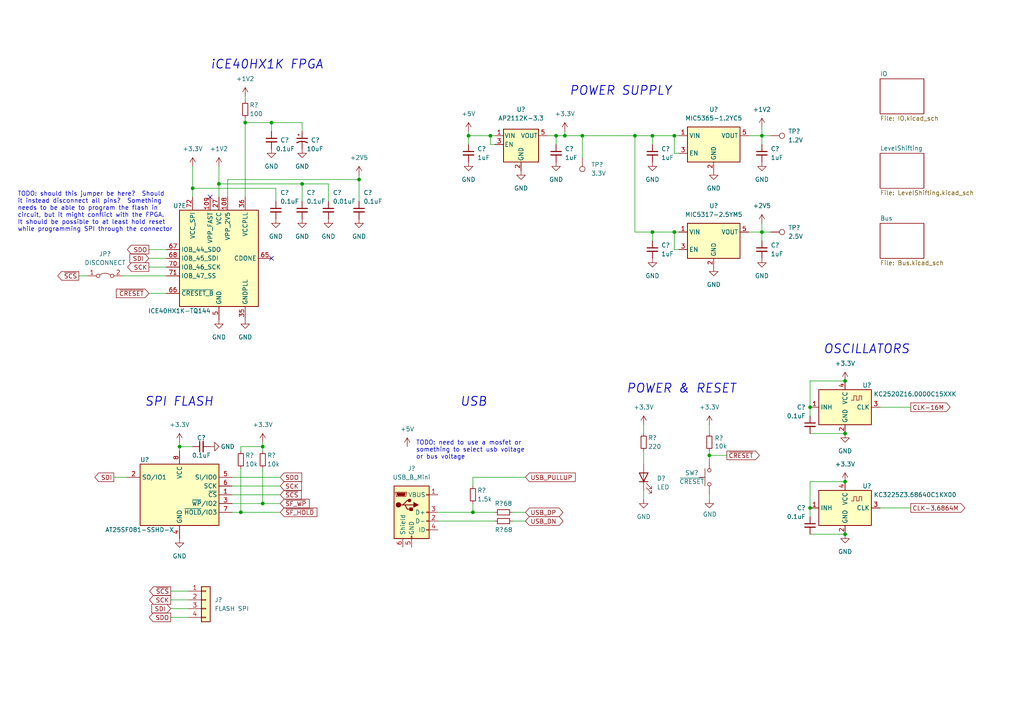
<source format=kicad_sch>
(kicad_sch (version 20211123) (generator eeschema)
  (paper "A4")
  (title_block (title "Fidget") (rev "1"))
  (lib_symbols
    (symbol "Connector:TestPoint" (pin_numbers hide) (pin_names (offset 0.762) hide)
      (property "Reference" "TP" (at 0 6.858 0))
      (property "Value" "TestPoint" (at 0 5.08 0))
      (symbol "TestPoint_0_1"
        (circle (center 0 3.302) (radius 0.762))
      )
      (symbol "TestPoint_1_1"
        (pin passive line (at 0 0 90) (length 2.54) (name "1") (number "1"))
      )
    )
    (symbol "Connector:USB_B_Mini" (pin_names (offset 1.016))
      (property "Reference" "J" (at -5.08 11.43 0))
      (property "Value" "USB_B_Mini" (at -5.08 8.89 0))
      (symbol "USB_B_Mini_0_1"
        (rectangle (start -5.08 -7.62) (end 5.08 7.62) (stroke (width 0.254)) (fill (type background)))
        (circle (center -3.81 2.159) (radius 0.635) (stroke (width 0.254)) (fill (type outline)))
        (circle (center -0.635 3.429) (radius 0.381) (stroke (width 0.254)) (fill (type outline)))
        (rectangle (start -0.127 -7.62) (end 0.127 -6.858))
        (polyline (pts (xy -1.905 2.159) (xy 0.635 2.159)) (stroke (width 0.254)))
        (polyline (pts (xy -3.175 2.159) (xy -2.54 2.159) (xy -1.27 3.429) (xy -0.635 3.429)) (stroke (width 0.254)))
        (polyline (pts (xy -2.54 2.159) (xy -1.905 2.159) (xy -1.27 0.889) (xy 0 0.889)) (stroke (width 0.254)))
        (polyline (pts (xy 0.635 2.794) (xy 0.635 1.524) (xy 1.905 2.159) (xy 0.635 2.794)) (stroke (width 0.254)) (fill (type outline)))
        (polyline (pts (xy -4.318 5.588) (xy -1.778 5.588) (xy -2.032 4.826) (xy -4.064 4.826) (xy -4.318 5.588)) (fill (type outline)))
        (polyline (pts (xy -4.699 5.842) (xy -4.699 5.588) (xy -4.445 4.826) (xy -4.445 4.572) (xy -1.651 4.572) (xy -1.651 4.826) (xy -1.397 5.588) (xy -1.397 5.842) (xy -4.699 5.842)))
        (rectangle (start 0.254 1.27) (end -0.508 0.508) (stroke (width 0.254)) (fill (type outline)))
        (rectangle (start 5.08 -5.207) (end 4.318 -4.953))
        (rectangle (start 5.08 -2.667) (end 4.318 -2.413))
        (rectangle (start 5.08 -0.127) (end 4.318 0.127))
        (rectangle (start 5.08 4.953) (end 4.318 5.207))
      )
      (symbol "USB_B_Mini_1_1"
        (pin power_out line (at 7.62 5.08 180) (length 2.54) (name "VBUS") (number "1"))
        (pin bidirectional line (at 7.62 -2.54 180) (length 2.54) (name "D-") (number "2"))
        (pin bidirectional line (at 7.62 0 180) (length 2.54) (name "D+") (number "3"))
        (pin passive line (at 7.62 -5.08 180) (length 2.54) (name "ID") (number "4"))
        (pin power_out line (at 0 -10.16 90) (length 2.54) (name "GND") (number "5"))
        (pin passive line (at -2.54 -10.16 90) (length 2.54) (name "Shield") (number "6"))
      )
    )
    (symbol "Connector_Generic:Conn_01x04" (pin_names (offset 1.016) hide)
      (property "Reference" "J" (at 0 5.08 0))
      (property "Value" "Conn_01x04" (at 0 -7.62 0))
      (symbol "Conn_01x04_1_1"
        (rectangle (start -1.27 -4.953) (end 0 -5.207) (stroke (width 0.1524)))
        (rectangle (start -1.27 -2.413) (end 0 -2.667) (stroke (width 0.1524)))
        (rectangle (start -1.27 0.127) (end 0 -0.127) (stroke (width 0.1524)))
        (rectangle (start -1.27 2.667) (end 0 2.413) (stroke (width 0.1524)))
        (rectangle (start -1.27 3.81) (end 1.27 -6.35) (stroke (width 0.254)) (fill (type background)))
        (pin passive line (at -5.08 2.54 0) (length 3.81) (name "Pin_1") (number "1"))
        (pin passive line (at -5.08 0 0) (length 3.81) (name "Pin_2") (number "2"))
        (pin passive line (at -5.08 -2.54 0) (length 3.81) (name "Pin_3") (number "3"))
        (pin passive line (at -5.08 -5.08 0) (length 3.81) (name "Pin_4") (number "4"))
      )
    )
    (symbol "Device:C_Polarized_Small_US" (pin_numbers hide) (pin_names (offset 0.254) hide)
      (property "Reference" "C" (at 0.254 1.778 0))
      (property "Value" "C_Polarized_Small_US" (at 0.254 -2.032 0))
      (symbol "C_Polarized_Small_US_0_1"
        (polyline (pts (xy -1.524 0.508) (xy 1.524 0.508)) (stroke (width 0.3048)))
        (polyline (pts (xy -1.27 1.524) (xy -0.762 1.524)))
        (polyline (pts (xy -1.016 1.27) (xy -1.016 1.778)))
        (arc (start 1.524 -0.762) (mid 0 -0.3734) (end -1.524 -0.762) (stroke (width 0.3048)))
      )
      (symbol "C_Polarized_Small_US_1_1"
        (pin passive line (at 0 2.54 270) (length 2.032) (name "~") (number "1"))
        (pin passive line (at 0 -2.54 90) (length 2.032) (name "~") (number "2"))
      )
    )
    (symbol "Device:C_Small" (pin_numbers hide) (pin_names (offset 0.254) hide)
      (property "Reference" "C" (at 0.254 1.778 0))
      (property "Value" "C_Small" (at 0.254 -2.032 0))
      (symbol "C_Small_0_1"
        (polyline (pts (xy -1.524 -0.508) (xy 1.524 -0.508)) (stroke (width 0.3302)))
        (polyline (pts (xy -1.524 0.508) (xy 1.524 0.508)) (stroke (width 0.3048)))
      )
      (symbol "C_Small_1_1"
        (pin passive line (at 0 2.54 270) (length 2.032) (name "~") (number "1"))
        (pin passive line (at 0 -2.54 90) (length 2.032) (name "~") (number "2"))
      )
    )
    (symbol "Device:LED" (pin_numbers hide) (pin_names (offset 1.016) hide)
      (property "Reference" "D" (at 0 2.54 0))
      (property "Value" "LED" (at 0 -2.54 0))
      (symbol "LED_0_1"
        (polyline (pts (xy -1.27 -1.27) (xy -1.27 1.27)) (stroke (width 0.254)))
        (polyline (pts (xy -1.27 0) (xy 1.27 0)))
        (polyline (pts (xy 1.27 -1.27) (xy 1.27 1.27) (xy -1.27 0) (xy 1.27 -1.27)) (stroke (width 0.254)))
        (polyline (pts (xy -3.048 -0.762) (xy -4.572 -2.286) (xy -3.81 -2.286) (xy -4.572 -2.286) (xy -4.572 -1.524)))
        (polyline (pts (xy -1.778 -0.762) (xy -3.302 -2.286) (xy -2.54 -2.286) (xy -3.302 -2.286) (xy -3.302 -1.524)))
      )
      (symbol "LED_1_1"
        (pin passive line (at -3.81 0 0) (length 2.54) (name "K") (number "1"))
        (pin passive line (at 3.81 0 180) (length 2.54) (name "A") (number "2"))
      )
    )
    (symbol "Device:R_Small" (pin_numbers hide) (pin_names (offset 0.254) hide)
      (property "Reference" "R" (at 0.762 0.508 0))
      (property "Value" "R_Small" (at 0.762 -1.016 0))
      (symbol "R_Small_0_1"
        (rectangle (start -0.762 1.778) (end 0.762 -1.778) (stroke (width 0.2032)))
      )
      (symbol "R_Small_1_1"
        (pin passive line (at 0 2.54 270) (length 0.762) (name "~") (number "1"))
        (pin passive line (at 0 -2.54 90) (length 0.762) (name "~") (number "2"))
      )
    )
    (symbol "FPGA_Lattice:ICE40HX1K-TQ144"
      (property "Reference" "U" (at -6.35 36.83 0))
      (property "Value" "ICE40HX1K-TQ144" (at 10.16 36.83 0))
      (symbol "ICE40HX1K-TQ144_1_1"
        (rectangle (start -8.89 31.75) (end 8.89 -31.75) (stroke (width 0.254)) (fill (type background)))
        (pin bidirectional line (at -12.7 27.94 0) (length 3.81) (name "IOT_73") (number "112"))
        (pin bidirectional line (at -12.7 25.4 0) (length 3.81) (name "IOT_74") (number "113"))
        (pin bidirectional line (at -12.7 22.86 0) (length 3.81) (name "IOT_75") (number "114"))
        (pin bidirectional line (at -12.7 20.32 0) (length 3.81) (name "IOT_76") (number "115"))
        (pin bidirectional line (at -12.7 17.78 0) (length 3.81) (name "IOT_77") (number "116"))
        (pin bidirectional line (at -12.7 15.24 0) (length 3.81) (name "IOT_78") (number "117"))
        (pin bidirectional line (at -12.7 12.7 0) (length 3.81) (name "IOT_79") (number "118"))
        (pin bidirectional line (at -12.7 10.16 0) (length 3.81) (name "IOT_80") (number "119"))
        (pin bidirectional line (at -12.7 7.62 0) (length 3.81) (name "IOT_81") (number "120"))
        (pin bidirectional line (at -12.7 5.08 0) (length 3.81) (name "IOT_82") (number "121"))
        (pin bidirectional line (at -12.7 2.54 0) (length 3.81) (name "IOT_83") (number "122"))
        (pin power_in line (at 0 35.56 270) (length 3.81) (name "VCCIO_0") (number "123"))
        (pin bidirectional line (at -12.7 0 0) (length 3.81) (name "IOT_84_GBIN1") (number "128"))
        (pin bidirectional line (at -12.7 -2.54 0) (length 3.81) (name "IOT_85_GBIN0") (number "129"))
        (pin passive line (at 0 35.56 270) (length 3.81) hide (name "VCCIO_0") (number "133"))
        (pin bidirectional line (at -12.7 -5.08 0) (length 3.81) (name "IOT_87") (number "134"))
        (pin bidirectional line (at -12.7 -7.62 0) (length 3.81) (name "IOT_88") (number "135"))
        (pin bidirectional line (at -12.7 -10.16 0) (length 3.81) (name "IOT_89") (number "136"))
        (pin bidirectional line (at -12.7 -12.7 0) (length 3.81) (name "IOT_90") (number "137"))
        (pin bidirectional line (at -12.7 -15.24 0) (length 3.81) (name "IOT_91") (number "138"))
        (pin bidirectional line (at -12.7 -17.78 0) (length 3.81) (name "IOT_92") (number "139"))
        (pin bidirectional line (at -12.7 -20.32 0) (length 3.81) (name "IOT_93") (number "141"))
        (pin bidirectional line (at -12.7 -22.86 0) (length 3.81) (name "IOT_94") (number "142"))
        (pin bidirectional line (at -12.7 -25.4 0) (length 3.81) (name "IOT_95") (number "143"))
        (pin bidirectional line (at -12.7 -27.94 0) (length 3.81) (name "IOT_96") (number "144"))
        (pin no_connect line (at 7.62 10.16 180) (length 3.81) hide (name "NC") (number "15"))
        (pin no_connect line (at 7.62 7.62 180) (length 3.81) hide (name "NC") (number "16"))
        (pin no_connect line (at 7.62 5.08 180) (length 3.81) hide (name "NC") (number "17"))
        (pin no_connect line (at 7.62 -7.62 180) (length 3.81) hide (name "NC") (number "18"))
        (pin no_connect line (at 7.62 -10.16 180) (length 3.81) hide (name "NC") (number "77"))
      )
      (symbol "ICE40HX1K-TQ144_2_1"
        (rectangle (start -8.89 34.29) (end 8.89 -34.29) (stroke (width 0.254)) (fill (type background)))
        (pin passive line (at 0 38.1 270) (length 3.81) hide (name "VCCIO_1") (number "100"))
        (pin bidirectional line (at -12.7 -17.78 0) (length 3.81) (name "IOR_67") (number "101"))
        (pin bidirectional line (at -12.7 -20.32 0) (length 3.81) (name "IOR_68") (number "102"))
        (pin bidirectional line (at -12.7 -22.86 0) (length 3.81) (name "IOR_69") (number "104"))
        (pin bidirectional line (at -12.7 -25.4 0) (length 3.81) (name "IOR_70") (number "105"))
        (pin bidirectional line (at -12.7 -27.94 0) (length 3.81) (name "IOR_71") (number "106"))
        (pin bidirectional line (at -12.7 -30.48 0) (length 3.81) (name "IOR_72") (number "107"))
        (pin no_connect line (at 7.62 10.16 180) (length 3.81) hide (name "NC") (number "40"))
        (pin no_connect line (at 7.62 7.62 180) (length 3.81) hide (name "NC") (number "53"))
        (pin no_connect line (at 7.62 5.08 180) (length 3.81) hide (name "NC") (number "54"))
        (pin no_connect line (at 7.62 -7.62 180) (length 3.81) hide (name "NC") (number "55"))
        (pin bidirectional line (at -12.7 30.48 0) (length 3.81) (name "IOR_48") (number "73"))
        (pin bidirectional line (at -12.7 27.94 0) (length 3.81) (name "IOR_49") (number "74"))
        (pin bidirectional line (at -12.7 25.4 0) (length 3.81) (name "IOR_50") (number "75"))
        (pin bidirectional line (at -12.7 22.86 0) (length 3.81) (name "IOR_51") (number "76"))
        (pin bidirectional line (at -12.7 20.32 0) (length 3.81) (name "IOR_52") (number "78"))
        (pin bidirectional line (at -12.7 17.78 0) (length 3.81) (name "IOR_53") (number "79"))
        (pin bidirectional line (at -12.7 15.24 0) (length 3.81) (name "IOR_54") (number "80"))
        (pin bidirectional line (at -12.7 12.7 0) (length 3.81) (name "IOR_55") (number "81"))
        (pin no_connect line (at 7.62 -10.16 180) (length 3.81) hide (name "NC") (number "82"))
        (pin bidirectional line (at -12.7 10.16 0) (length 3.81) (name "IOR_56") (number "87"))
        (pin bidirectional line (at -12.7 7.62 0) (length 3.81) (name "IOR_57") (number "88"))
        (pin power_in line (at 0 38.1 270) (length 3.81) (name "VCCIO_1") (number "89"))
        (pin bidirectional line (at -12.7 5.08 0) (length 3.81) (name "IOR_58") (number "90"))
        (pin bidirectional line (at -12.7 2.54 0) (length 3.81) (name "IOR_59") (number "91"))
        (pin bidirectional line (at -12.7 0 0) (length 3.81) (name "IOR_60_GBIN3") (number "93"))
        (pin bidirectional line (at -12.7 -2.54 0) (length 3.81) (name "IOR_61_GBIN2") (number "94"))
        (pin bidirectional line (at -12.7 -5.08 0) (length 3.81) (name "IOR_62") (number "95"))
        (pin bidirectional line (at -12.7 -7.62 0) (length 3.81) (name "IOR_63") (number "96"))
        (pin bidirectional line (at -12.7 -10.16 0) (length 3.81) (name "IOR_64") (number "97"))
        (pin bidirectional line (at -12.7 -12.7 0) (length 3.81) (name "IOR_65") (number "98"))
        (pin bidirectional line (at -12.7 -15.24 0) (length 3.81) (name "IOR_66") (number "99"))
      )
      (symbol "ICE40HX1K-TQ144_3_1"
        (rectangle (start -8.89 29.21) (end 8.89 -29.21) (stroke (width 0.254)) (fill (type background)))
        (pin no_connect line (at 7.62 -10.16 180) (length 3.81) hide (name "NC") (number "110"))
        (pin no_connect line (at 7.62 -17.78 180) (length 3.81) hide (name "NC") (number "124"))
        (pin bidirectional line (at -12.7 22.86 0) (length 3.81) (name "IOB_24") (number "37"))
        (pin bidirectional line (at -12.7 20.32 0) (length 3.81) (name "IOB_25") (number "38"))
        (pin bidirectional line (at -12.7 17.78 0) (length 3.81) (name "IOB_26") (number "39"))
        (pin bidirectional line (at -12.7 15.24 0) (length 3.81) (name "IOB_27") (number "41"))
        (pin bidirectional line (at -12.7 12.7 0) (length 3.81) (name "IOB_28") (number "42"))
        (pin bidirectional line (at -12.7 10.16 0) (length 3.81) (name "IOB_29") (number "43"))
        (pin bidirectional line (at -12.7 7.62 0) (length 3.81) (name "IOB_30") (number "44"))
        (pin bidirectional line (at -12.7 5.08 0) (length 3.81) (name "IOB_31") (number "45"))
        (pin power_in line (at 0 33.02 270) (length 3.81) (name "VCCIO_2") (number "46"))
        (pin bidirectional line (at -12.7 2.54 0) (length 3.81) (name "IOB_32") (number "47"))
        (pin bidirectional line (at -12.7 0 0) (length 3.81) (name "IOB_33") (number "48"))
        (pin bidirectional line (at -12.7 -2.54 0) (length 3.81) (name "IOB_35_GBIN5") (number "49"))
        (pin bidirectional line (at -12.7 -5.08 0) (length 3.81) (name "IOB_36_GBIN4") (number "50"))
        (pin bidirectional line (at -12.7 -7.62 0) (length 3.81) (name "IOB_34") (number "52"))
        (pin bidirectional line (at -12.7 -10.16 0) (length 3.81) (name "IOB_37") (number "56"))
        (pin passive line (at 0 33.02 270) (length 3.81) hide (name "VCCIO_2") (number "57"))
        (pin bidirectional line (at -12.7 -12.7 0) (length 3.81) (name "IOB_38") (number "58"))
        (pin bidirectional line (at -12.7 -15.24 0) (length 3.81) (name "IOB_39") (number "60"))
        (pin bidirectional line (at -12.7 -17.78 0) (length 3.81) (name "IOB_40") (number "61"))
        (pin bidirectional line (at -12.7 -20.32 0) (length 3.81) (name "IOB_41") (number "62"))
        (pin bidirectional line (at -12.7 -22.86 0) (length 3.81) (name "IOB_42_CBSEL0") (number "63"))
        (pin bidirectional line (at -12.7 -25.4 0) (length 3.81) (name "IOB_43_CBSEL1") (number "64"))
        (pin no_connect line (at 7.62 10.16 180) (length 3.81) hide (name "NC") (number "83"))
        (pin no_connect line (at 7.62 7.62 180) (length 3.81) hide (name "NC") (number "84"))
        (pin no_connect line (at 7.62 -12.7 180) (length 3.81) hide (name "NC") (number "85"))
      )
      (symbol "ICE40HX1K-TQ144_4_1"
        (rectangle (start -8.89 34.29) (end 8.89 -34.29) (stroke (width 0.254)) (fill (type background)))
        (pin bidirectional line (at -12.7 27.94 0) (length 3.81) (name "IOL_1A") (number "1"))
        (pin bidirectional line (at -12.7 10.16 0) (length 3.81) (name "IOL_4B") (number "10"))
        (pin bidirectional line (at -12.7 7.62 0) (length 3.81) (name "IOL_5A") (number "11"))
        (pin bidirectional line (at -12.7 5.08 0) (length 3.81) (name "IOL_5B") (number "12"))
        (pin no_connect line (at 7.62 10.16 180) (length 3.81) hide (name "NC") (number "125"))
        (pin no_connect line (at 7.62 7.62 180) (length 3.81) hide (name "NC") (number "126"))
        (pin no_connect line (at 7.62 5.08 180) (length 3.81) hide (name "NC") (number "127"))
        (pin no_connect line (at 7.62 -7.62 180) (length 3.81) hide (name "NC") (number "130"))
        (pin no_connect line (at 7.62 -10.16 180) (length 3.81) hide (name "NC") (number "131"))
        (pin bidirectional line (at -12.7 2.54 0) (length 3.81) (name "IOL_6A") (number "19"))
        (pin bidirectional line (at -12.7 25.4 0) (length 3.81) (name "IOL_1B") (number "2"))
        (pin bidirectional line (at -12.7 0 0) (length 3.81) (name "IOL_6B_GBIN7") (number "20"))
        (pin bidirectional line (at -12.7 -2.54 0) (length 3.81) (name "IOL_7A_GBIN6") (number "21"))
        (pin bidirectional line (at -12.7 -5.08 0) (length 3.81) (name "IOL_7B") (number "22"))
        (pin bidirectional line (at -12.7 -7.62 0) (length 3.81) (name "IOL_8A") (number "23"))
        (pin bidirectional line (at -12.7 -10.16 0) (length 3.81) (name "IOL_8B") (number "24"))
        (pin bidirectional line (at -12.7 -12.7 0) (length 3.81) (name "IOL_9A") (number "25"))
        (pin bidirectional line (at -12.7 -15.24 0) (length 3.81) (name "IOL_9B") (number "26"))
        (pin bidirectional line (at -12.7 -17.78 0) (length 3.81) (name "IOL_10A") (number "28"))
        (pin bidirectional line (at -12.7 -20.32 0) (length 3.81) (name "IOL_10B") (number "29"))
        (pin bidirectional line (at -12.7 22.86 0) (length 3.81) (name "IOL_2A") (number "3"))
        (pin passive line (at 0 38.1 270) (length 3.81) hide (name "VCCIO_3") (number "30"))
        (pin bidirectional line (at -12.7 -22.86 0) (length 3.81) (name "IOL_11A") (number "31"))
        (pin bidirectional line (at -12.7 -25.4 0) (length 3.81) (name "IOL_11B") (number "32"))
        (pin bidirectional line (at -12.7 -27.94 0) (length 3.81) (name "IOL_12A") (number "33"))
        (pin bidirectional line (at -12.7 -30.48 0) (length 3.81) (name "IOL_12B") (number "34"))
        (pin bidirectional line (at -12.7 20.32 0) (length 3.81) (name "IOL_2B") (number "4"))
        (pin power_in line (at 0 38.1 270) (length 3.81) (name "VCCIO_3") (number "6"))
        (pin bidirectional line (at -12.7 17.78 0) (length 3.81) (name "IOL_3A") (number "7"))
        (pin bidirectional line (at -12.7 15.24 0) (length 3.81) (name "IOL_3B") (number "8"))
        (pin bidirectional line (at -12.7 12.7 0) (length 3.81) (name "IOL_4A") (number "9"))
      )
      (symbol "ICE40HX1K-TQ144_5_1"
        (rectangle (start -11.43 13.97) (end 11.43 -13.97) (stroke (width 0.254)) (fill (type background)))
        (pin passive line (at 0 -17.78 90) (length 3.81) hide (name "GND") (number "103"))
        (pin power_in line (at 2.54 17.78 270) (length 3.81) (name "VPP_2V5") (number "108"))
        (pin power_in line (at -2.54 17.78 270) (length 3.81) (name "VPP_FAST") (number "109"))
        (pin passive line (at 0 17.78 270) (length 3.81) hide (name "VCC") (number "111"))
        (pin passive line (at 0 -17.78 90) (length 3.81) hide (name "GND") (number "13"))
        (pin passive line (at 0 -17.78 90) (length 3.81) hide (name "GND") (number "132"))
        (pin passive line (at 0 -17.78 90) (length 3.81) hide (name "GND") (number "14"))
        (pin passive line (at 0 -17.78 90) (length 3.81) hide (name "GND") (number "140"))
        (pin power_in line (at 0 17.78 270) (length 3.81) (name "VCC") (number "27"))
        (pin power_in line (at 7.62 -17.78 90) (length 3.81) (name "GNDPLL") (number "35"))
        (pin power_in line (at 7.62 17.78 270) (length 3.81) (name "VCCPLL") (number "36"))
        (pin power_in line (at 0 -17.78 90) (length 3.81) (name "GND") (number "5"))
        (pin passive line (at 0 17.78 270) (length 3.81) hide (name "VCC") (number "51"))
        (pin passive line (at 0 -17.78 90) (length 3.81) hide (name "GND") (number "59"))
        (pin open_collector line (at 15.24 0 180) (length 3.81) (name "CDONE") (number "65"))
        (pin input line (at -15.24 -10.16 0) (length 3.81) (name "~{CRESET_B}") (number "66"))
        (pin bidirectional line (at -15.24 2.54 0) (length 3.81) (name "IOB_44_SDO") (number "67"))
        (pin bidirectional line (at -15.24 0 0) (length 3.81) (name "IOB_45_SDI") (number "68"))
        (pin passive line (at 0 -17.78 90) (length 3.81) hide (name "GND") (number "69"))
        (pin bidirectional line (at -15.24 -2.54 0) (length 3.81) (name "IOB_46_SCK") (number "70"))
        (pin bidirectional line (at -15.24 -5.08 0) (length 3.81) (name "IOB_47_SS") (number "71"))
        (pin power_in line (at -7.62 17.78 270) (length 3.81) (name "VCC_SPI") (number "72"))
        (pin passive line (at 0 -17.78 90) (length 3.81) hide (name "GND") (number "86"))
        (pin passive line (at 0 17.78 270) (length 3.81) hide (name "VCC") (number "92"))
      )
    )
    (symbol "Jumper:Jumper_2_Bridged" (pin_names (offset 0) hide)
      (property "Reference" "JP" (at 0 1.905 0))
      (property "Value" "Jumper_2_Bridged" (at 0 -2.54 0))
      (symbol "Jumper_2_Bridged_0_0"
        (circle (center -2.032 0) (radius 0.508))
        (circle (center 2.032 0) (radius 0.508))
      )
      (symbol "Jumper_2_Bridged_0_1"
        (arc (start 1.524 0.254) (mid 0 0.762) (end -1.524 0.254))
      )
      (symbol "Jumper_2_Bridged_1_1"
        (pin passive line (at -5.08 0 0) (length 2.54) (name "A") (number "1"))
        (pin passive line (at 5.08 0 180) (length 2.54) (name "B") (number "2"))
      )
    )
    (symbol "Memory_Flash:AT25SF081-SSHD-X"
      (property "Reference" "U" (at 2.54 12.7 0))
      (property "Value" "AT25SF081-SSHD-X" (at 10.16 10.16 0))
      (symbol "AT25SF081-SSHD-X_1_1"
        (rectangle (start -11.43 8.89) (end 11.43 -8.89) (stroke (width 0.254)) (fill (type background)))
        (pin input line (at -15.24 0 0) (length 3.81) (name "~{CS}") (number "1"))
        (pin bidirectional line (at 15.24 5.08 180) (length 3.81) (name "SO/IO1") (number "2"))
        (pin bidirectional line (at -15.24 -2.54 0) (length 3.81) (name "~{WP}/IO2") (number "3"))
        (pin power_in line (at 0 -12.7 90) (length 3.81) (name "GND") (number "4"))
        (pin bidirectional line (at -15.24 5.08 0) (length 3.81) (name "SI/IO0") (number "5"))
        (pin input line (at -15.24 2.54 0) (length 3.81) (name "SCK") (number "6"))
        (pin bidirectional line (at -15.24 -5.08 0) (length 3.81) (name "~{HOLD}/IO3") (number "7"))
        (pin power_in line (at 0 12.7 270) (length 3.81) (name "VCC") (number "8"))
      )
    )
    (symbol "Oscillator:KC2520Z"
      (property "Reference" "U" (at 2.54 12.7 0))
      (property "Value" "KC2520Z" (at 6.35 10.16 0))
      (symbol "KC2520Z_0_1"
        (rectangle (start -7.62 5.08) (end 7.62 -5.08) (stroke (width 0.254)) (fill (type background)))
      )
      (symbol "KC2520Z_1_1"
        (polyline (pts (xy 1.778 2.032) (xy 2.54 2.032) (xy 2.54 3.302) (xy 3.302 3.302) (xy 3.302 2.032) (xy 4.064 2.032) (xy 4.064 3.302) (xy 4.826 3.302) (xy 4.826 2.032)))
        (pin input line (at -10.16 0 0) (length 2.54) (name "INH") (number "1"))
        (pin power_in line (at 0 -7.62 90) (length 2.54) (name "GND") (number "2"))
        (pin output line (at 10.16 0 180) (length 2.54) (name "CLK") (number "3"))
        (pin power_in line (at 0 7.62 270) (length 2.54) (name "VCC") (number "4"))
      )
    )
    (symbol "Regulator_Linear:AP2112K-3.3" (pin_names (offset 0.254))
      (property "Reference" "U" (at -5.08 5.715 0))
      (property "Value" "AP2112K-3.3" (at 0 5.715 0))
      (symbol "AP2112K-3.3_0_1"
        (rectangle (start -5.08 4.445) (end 5.08 -5.08) (stroke (width 0.254)) (fill (type background)))
      )
      (symbol "AP2112K-3.3_1_1"
        (pin power_in line (at -7.62 2.54 0) (length 2.54) (name "VIN") (number "1"))
        (pin power_in line (at 0 -7.62 90) (length 2.54) (name "GND") (number "2"))
        (pin input line (at -7.62 0 0) (length 2.54) (name "EN") (number "3"))
        (pin no_connect line (at 5.08 0 180) (length 2.54) hide (name "NC") (number "4"))
        (pin power_out line (at 7.62 2.54 180) (length 2.54) (name "VOUT") (number "5"))
      )
    )
    (symbol "Regulator_Linear:MIC5365-3.3YC5"
      (property "Reference" "U" (at -6.35 6.35 0))
      (property "Value" "MIC5365-3.3YC5" (at 0 6.35 0))
      (symbol "MIC5365-3.3YC5_0_1"
        (rectangle (start -7.62 -5.08) (end 7.62 5.08) (stroke (width 0.254)) (fill (type background)))
      )
      (symbol "MIC5365-3.3YC5_1_1"
        (pin power_in line (at -10.16 2.54 0) (length 2.54) (name "VIN") (number "1"))
        (pin power_in line (at 0 -7.62 90) (length 2.54) (name "GND") (number "2"))
        (pin input line (at -10.16 -2.54 0) (length 2.54) (name "EN") (number "3"))
        (pin no_connect line (at 7.62 -2.54 180) (length 2.54) hide (name "NC") (number "4"))
        (pin power_out line (at 10.16 2.54 180) (length 2.54) (name "VOUT") (number "5"))
      )
    )
    (symbol "Switch:SW_Push" (pin_numbers hide) (pin_names (offset 1.016) hide)
      (property "Reference" "SW" (at 1.27 2.54 0))
      (property "Value" "SW_Push" (at 0 -1.524 0))
      (symbol "SW_Push_0_1"
        (circle (center -2.032 0) (radius 0.508))
        (polyline (pts (xy 0 1.27) (xy 0 3.048)))
        (polyline (pts (xy 2.54 1.27) (xy -2.54 1.27)))
        (circle (center 2.032 0) (radius 0.508))
        (pin passive line (at -5.08 0 0) (length 2.54) (name "1") (number "1"))
        (pin passive line (at 5.08 0 180) (length 2.54) (name "2") (number "2"))
      )
    )
    (symbol "power:+1V2" (power) (pin_names (offset 0))
      (property "Value" "+1V2" (at 0 3.556 0))
      (symbol "+1V2_0_1"
        (polyline (pts (xy -0.762 1.27) (xy 0 2.54)))
        (polyline (pts (xy 0 0) (xy 0 2.54)))
        (polyline (pts (xy 0 2.54) (xy 0.762 1.27)))
      )
      (symbol "+1V2_1_1"
        (pin power_in line (at 0 0 90) (length 0) hide (name "+1V2") (number "1"))
      )
    )
    (symbol "power:+2V5" (power) (pin_names (offset 0))
      (property "Value" "+2V5" (at 0 3.556 0))
      (symbol "+2V5_0_1"
        (polyline (pts (xy -0.762 1.27) (xy 0 2.54)))
        (polyline (pts (xy 0 0) (xy 0 2.54)))
        (polyline (pts (xy 0 2.54) (xy 0.762 1.27)))
      )
      (symbol "+2V5_1_1"
        (pin power_in line (at 0 0 90) (length 0) hide (name "+2V5") (number "1"))
      )
    )
    (symbol "power:+3.3V" (power) (pin_names (offset 0))
      (property "Value" "+3.3V" (at 0 3.556 0))
      (symbol "+3.3V_0_1"
        (polyline (pts (xy -0.762 1.27) (xy 0 2.54)))
        (polyline (pts (xy 0 0) (xy 0 2.54)))
        (polyline (pts (xy 0 2.54) (xy 0.762 1.27)))
      )
      (symbol "+3.3V_1_1"
        (pin power_in line (at 0 0 90) (length 0) hide (name "+3.3V") (number "1"))
      )
    )
    (symbol "power:+5V" (power) (pin_names (offset 0))
      (property "Value" "+5V" (at 0 3.556 0))
      (symbol "+5V_0_1"
        (polyline (pts (xy -0.762 1.27) (xy 0 2.54)))
        (polyline (pts (xy 0 0) (xy 0 2.54)))
        (polyline (pts (xy 0 2.54) (xy 0.762 1.27)))
      )
      (symbol "+5V_1_1"
        (pin power_in line (at 0 0 90) (length 0) hide (name "+5V") (number "1"))
      )
    )
    (symbol "power:GND" (power) (pin_names (offset 0))
      (property "Value" "GND" (at 0 -3.81 0))
      (symbol "GND_0_1"
        (polyline (pts (xy 0 0) (xy 0 -1.27) (xy 1.27 -1.27) (xy 0 -2.54) (xy -1.27 -1.27) (xy 0 -1.27)))
      )
      (symbol "GND_1_1"
        (pin power_in line (at 0 0 270) (length 0) hide (name "GND") (number "1"))
      )
    )
  )
  (junction (at 52.07 129.54))
  (junction (at 195.58 39.37))
  (junction (at 234.95 147.32))
  (junction (at 184.15 39.37))
  (junction (at 76.2 146.05))
  (junction (at 189.23 67.31))
  (junction (at 63.5 53.34))
  (junction (at 137.16 148.59))
  (junction (at 87.63 53.34))
  (junction (at 220.98 39.37))
  (junction (at 245.11 139.7))
  (junction (at 78.74 35.56))
  (junction (at 76.2 129.54))
  (junction (at 195.58 67.31))
  (junction (at 161.29 39.37))
  (junction (at 104.14 52.07))
  (junction (at 220.98 67.31))
  (junction (at 142.24 39.37))
  (junction (at 168.91 39.37))
  (junction (at 55.88 54.61))
  (junction (at 245.11 125.73))
  (junction (at 135.89 39.37))
  (junction (at 163.83 39.37))
  (junction (at 245.11 110.49))
  (junction (at 205.74 132.08))
  (junction (at 245.11 154.94))
  (junction (at 234.95 118.11))
  (junction (at 189.23 39.37))
  (junction (at 71.12 35.56))
  (junction (at 69.85 148.59))
  (no_connect (at 78.74 74.93))
  (no_connect (at 60.96 57.15))
  (wire (pts (xy 142.24 41.91) (xy 142.24 39.37)))
  (wire (pts (xy 142.24 39.37) (xy 143.51 39.37)))
  (wire (pts (xy 67.31 138.43) (xy 81.28 138.43)))
  (wire (pts (xy 234.95 118.11) (xy 234.95 110.49)))
  (wire (pts (xy 220.98 67.31) (xy 220.98 69.85)))
  (wire (pts (xy 76.2 135.89) (xy 76.2 146.05)))
  (wire (pts (xy 210.82 132.08) (xy 205.74 132.08)))
  (wire (pts (xy 205.74 132.08) (xy 205.74 130.81)))
  (wire (pts (xy 43.18 85.09) (xy 48.26 85.09)))
  (wire (pts (xy 161.29 39.37) (xy 163.83 39.37)))
  (wire (pts (xy 168.91 39.37) (xy 168.91 45.72)))
  (wire (pts (xy 184.15 39.37) (xy 189.23 39.37)))
  (wire (pts (xy 54.61 179.07) (xy 49.53 179.07)))
  (wire (pts (xy 217.17 39.37) (xy 220.98 39.37)))
  (wire (pts (xy 54.61 173.99) (xy 49.53 173.99)))
  (wire (pts (xy 43.18 74.93) (xy 48.26 74.93)))
  (wire (pts (xy 67.31 146.05) (xy 76.2 146.05)))
  (wire (pts (xy 63.5 53.34) (xy 87.63 53.34)))
  (wire (pts (xy 220.98 39.37) (xy 223.52 39.37)))
  (wire (pts (xy 189.23 67.31) (xy 189.23 69.85)))
  (wire (pts (xy 137.16 138.43) (xy 137.16 140.97)))
  (wire (pts (xy 135.89 39.37) (xy 135.89 41.91)))
  (wire (pts (xy 49.53 176.53) (xy 54.61 176.53)))
  (wire (pts (xy 63.5 48.26) (xy 63.5 53.34)))
  (wire (pts (xy 196.85 44.45) (xy 195.58 44.45)))
  (wire (pts (xy 205.74 123.19) (xy 205.74 125.73)))
  (wire (pts (xy 63.5 57.15) (xy 63.5 53.34)))
  (wire (pts (xy 76.2 129.54) (xy 69.85 129.54)))
  (wire (pts (xy 189.23 67.31) (xy 195.58 67.31)))
  (wire (pts (xy 69.85 135.89) (xy 69.85 148.59)))
  (wire (pts (xy 43.18 72.39) (xy 48.26 72.39)))
  (wire (pts (xy 152.4 138.43) (xy 137.16 138.43)))
  (wire (pts (xy 161.29 39.37) (xy 161.29 41.91)))
  (wire (pts (xy 163.83 39.37) (xy 168.91 39.37)))
  (wire (pts (xy 195.58 39.37) (xy 196.85 39.37)))
  (wire (pts (xy 186.69 142.24) (xy 186.69 144.78)))
  (wire (pts (xy 33.02 138.43) (xy 36.83 138.43)))
  (wire (pts (xy 205.74 132.08) (xy 205.74 133.35)))
  (wire (pts (xy 220.98 67.31) (xy 223.52 67.31)))
  (wire (pts (xy 127 148.59) (xy 137.16 148.59)))
  (wire (pts (xy 135.89 38.1) (xy 135.89 39.37)))
  (wire (pts (xy 135.89 39.37) (xy 142.24 39.37)))
  (wire (pts (xy 148.59 151.13) (xy 152.4 151.13)))
  (wire (pts (xy 143.51 41.91) (xy 142.24 41.91)))
  (wire (pts (xy 66.04 52.07) (xy 104.14 52.07)))
  (wire (pts (xy 234.95 154.94) (xy 245.11 154.94)))
  (wire (pts (xy 66.04 57.15) (xy 66.04 52.07)))
  (wire (pts (xy 87.63 35.56) (xy 87.63 38.1)))
  (wire (pts (xy 234.95 110.49) (xy 245.11 110.49)))
  (wire (pts (xy 220.98 39.37) (xy 220.98 36.83)))
  (wire (pts (xy 195.58 44.45) (xy 195.58 39.37)))
  (wire (pts (xy 168.91 39.37) (xy 184.15 39.37)))
  (wire (pts (xy 55.88 57.15) (xy 55.88 54.61)))
  (wire (pts (xy 220.98 67.31) (xy 220.98 64.77)))
  (wire (pts (xy 217.17 67.31) (xy 220.98 67.31)))
  (wire (pts (xy 255.27 118.11) (xy 264.16 118.11)))
  (wire (pts (xy 52.07 129.54) (xy 52.07 130.81)))
  (wire (pts (xy 137.16 146.05) (xy 137.16 148.59)))
  (wire (pts (xy 234.95 125.73) (xy 245.11 125.73)))
  (wire (pts (xy 43.18 77.47) (xy 48.26 77.47)))
  (wire (pts (xy 78.74 35.56) (xy 87.63 35.56)))
  (wire (pts (xy 87.63 53.34) (xy 95.25 53.34)))
  (wire (pts (xy 189.23 39.37) (xy 189.23 41.91)))
  (wire (pts (xy 234.95 139.7) (xy 245.11 139.7)))
  (wire (pts (xy 189.23 39.37) (xy 195.58 39.37)))
  (wire (pts (xy 67.31 140.97) (xy 81.28 140.97)))
  (wire (pts (xy 148.59 148.59) (xy 152.4 148.59)))
  (wire (pts (xy 186.69 130.81) (xy 186.69 134.62)))
  (wire (pts (xy 158.75 39.37) (xy 161.29 39.37)))
  (wire (pts (xy 234.95 147.32) (xy 234.95 139.7)))
  (wire (pts (xy 69.85 129.54) (xy 69.85 130.81)))
  (wire (pts (xy 55.88 48.26) (xy 55.88 54.61)))
  (wire (pts (xy 220.98 39.37) (xy 220.98 41.91)))
  (wire (pts (xy 80.01 54.61) (xy 80.01 58.42)))
  (wire (pts (xy 104.14 52.07) (xy 104.14 58.42)))
  (wire (pts (xy 76.2 146.05) (xy 81.28 146.05)))
  (wire (pts (xy 76.2 130.81) (xy 76.2 129.54)))
  (wire (pts (xy 71.12 35.56) (xy 71.12 57.15)))
  (wire (pts (xy 71.12 35.56) (xy 78.74 35.56)))
  (wire (pts (xy 186.69 123.19) (xy 186.69 125.73)))
  (wire (pts (xy 87.63 53.34) (xy 87.63 58.42)))
  (wire (pts (xy 95.25 53.34) (xy 95.25 58.42)))
  (wire (pts (xy 195.58 67.31) (xy 196.85 67.31)))
  (wire (pts (xy 22.86 80.01) (xy 25.4 80.01)))
  (wire (pts (xy 69.85 148.59) (xy 81.28 148.59)))
  (wire (pts (xy 163.83 39.37) (xy 163.83 38.1)))
  (wire (pts (xy 205.74 143.51) (xy 205.74 144.78)))
  (wire (pts (xy 67.31 148.59) (xy 69.85 148.59)))
  (wire (pts (xy 255.27 147.32) (xy 264.16 147.32)))
  (wire (pts (xy 76.2 128.27) (xy 76.2 129.54)))
  (wire (pts (xy 137.16 148.59) (xy 143.51 148.59)))
  (wire (pts (xy 196.85 72.39) (xy 195.58 72.39)))
  (wire (pts (xy 67.31 143.51) (xy 81.28 143.51)))
  (wire (pts (xy 234.95 147.32) (xy 234.95 149.86)))
  (wire (pts (xy 78.74 35.56) (xy 78.74 38.1)))
  (wire (pts (xy 71.12 34.29) (xy 71.12 35.56)))
  (wire (pts (xy 49.53 171.45) (xy 54.61 171.45)))
  (wire (pts (xy 104.14 50.8) (xy 104.14 52.07)))
  (wire (pts (xy 52.07 128.27) (xy 52.07 129.54)))
  (wire (pts (xy 71.12 27.94) (xy 71.12 29.21)))
  (wire (pts (xy 195.58 72.39) (xy 195.58 67.31)))
  (wire (pts (xy 35.56 80.01) (xy 48.26 80.01)))
  (wire (pts (xy 55.88 54.61) (xy 80.01 54.61)))
  (wire (pts (xy 234.95 118.11) (xy 234.95 120.65)))
  (wire (pts (xy 184.15 67.31) (xy 184.15 39.37)))
  (wire (pts (xy 127 151.13) (xy 143.51 151.13)))
  (wire (pts (xy 189.23 67.31) (xy 184.15 67.31)))
  (wire (pts (xy 52.07 129.54) (xy 55.88 129.54)))
  (text "TODO: need to use a mosfet or\nsomething to select usb voltage\nor bus voltage" (at 120.65 133.35 0) (effects (font (size 1.27 1.27)) (justify left bottom)))
  (text "OSCILLATORS" (at 238.76 102.87 0) (effects (font (size 2.56 2.56) (thickness 0.254) bold italic) (justify left bottom)))
  (text "POWER & RESET\n" (at 181.61 114.3 0) (effects (font (size 2.56 2.56) (thickness 0.254) bold italic) (justify left bottom)))
  (text "USB" (at 133.35 118.11 0) (effects (font (size 2.56 2.56) (thickness 0.254) bold italic) (justify left bottom)))
  (text "iCE40HX1K FPGA" (at 60.96 20.32 0) (effects (font (size 2.56 2.56) (thickness 0.254) bold italic) (justify left bottom)))
  (text "TODO: should this jumper be here?  Should\nit instead disconnect all pins?  Something\nneeds to be able to program the flash in\ncircuit, but it might conflict with the FPGA.\nIt should be possible to at least hold reset\nwhile programming SPI through the connector" (at 5.08 67.31 0) (effects (font (size 1.27 1.27)) (justify left bottom)))
  (text "SPI FLASH" (at 41.91 118.11 0) (effects (font (size 2.56 2.56) (thickness 0.254) bold italic) (justify left bottom)))
  (text "POWER SUPPLY" (at 165.1 27.94 0) (effects (font (size 2.56 2.56) (thickness 0.254) bold italic) (justify left bottom)))
  (global_label "USB_DN" (shape bidirectional) (at 152.4 151.13 0) (property "Intersheet References" "${INTERSHEET_REFS}" (effects hide)))
  (global_label "~{SCS}" (shape output) (at 49.53 171.45 180) (property "Intersheet References" "${INTERSHEET_REFS}" (effects hide)))
  (global_label "SCK" (shape output) (at 49.53 173.99 180) (property "Intersheet References" "${INTERSHEET_REFS}" (effects hide)))
  (global_label "~{CRESET}" (shape input) (at 43.18 85.09 180) (property "Intersheet References" "${INTERSHEET_REFS}" (effects hide)))
  (global_label "SDI" (shape input) (at 43.18 74.93 180) (property "Intersheet References" "${INTERSHEET_REFS}" (effects hide)))
  (global_label "~{SCS}" (shape output) (at 22.86 80.01 180) (property "Intersheet References" "${INTERSHEET_REFS}" (effects hide)))
  (global_label "~{SF_HOLD}" (shape input) (at 81.28 148.59 0) (property "Intersheet References" "${INTERSHEET_REFS}" (effects hide)))
  (global_label "SCK" (shape input) (at 81.28 140.97 0) (property "Intersheet References" "${INTERSHEET_REFS}" (effects hide)))
  (global_label "SDO" (shape output) (at 43.18 72.39 180) (property "Intersheet References" "${INTERSHEET_REFS}" (effects hide)))
  (global_label "SDO" (shape input) (at 81.28 138.43 0) (property "Intersheet References" "${INTERSHEET_REFS}" (effects hide)))
  (global_label "CLK-3.6864M" (shape output) (at 264.16 147.32 0) (property "Intersheet References" "${INTERSHEET_REFS}" (effects hide)))
  (global_label "~{SCS}" (shape input) (at 81.28 143.51 0) (property "Intersheet References" "${INTERSHEET_REFS}" (effects hide)))
  (global_label "SDI" (shape output) (at 33.02 138.43 180) (property "Intersheet References" "${INTERSHEET_REFS}" (effects hide)))
  (global_label "CLK-16M" (shape output) (at 264.16 118.11 0) (property "Intersheet References" "${INTERSHEET_REFS}" (effects hide)))
  (global_label "SDI" (shape input) (at 49.53 176.53 180) (property "Intersheet References" "${INTERSHEET_REFS}" (effects hide)))
  (global_label "SDO" (shape output) (at 49.53 179.07 180) (property "Intersheet References" "${INTERSHEET_REFS}" (effects hide)))
  (global_label "USB_DP" (shape bidirectional) (at 152.4 148.59 0) (property "Intersheet References" "${INTERSHEET_REFS}" (effects hide)))
  (global_label "~{SF_WP}" (shape input) (at 81.28 146.05 0) (property "Intersheet References" "${INTERSHEET_REFS}" (effects hide)))
  (global_label "USB_PULLUP" (shape input) (at 152.4 138.43 0) (property "Intersheet References" "${INTERSHEET_REFS}" (effects hide)))
  (global_label "~{CRESET}" (shape output) (at 210.82 132.08 0) (property "Intersheet References" "${INTERSHEET_REFS}" (effects hide)))
  (global_label "SCK" (shape output) (at 43.18 77.47 180) (property "Intersheet References" "${INTERSHEET_REFS}" (effects hide)))
  (symbol (lib_id "Device:R_Small") (at 146.05 151.13 90) (unit 1)
    (property "Reference" "R?" (at 143.51 153.67 90) (effects (justify right)))
    (property "Value" "68" (at 146.05 153.67 90) (effects (justify right)))
  )
  (symbol (lib_id "Connector_Generic:Conn_01x04") (at 59.69 173.99 0) (unit 1)
    (property "Reference" "J?" (at 62.23 173.9899 0) (effects (justify left)))
    (property "Value" "FLASH SPI" (at 62.23 176.5299 0) (effects (justify left)))
  )
  (symbol (lib_id "Jumper:Jumper_2_Bridged") (at 30.48 80.01 0) (unit 1)
    (property "Reference" "JP?" (at 30.48 73.66 0))
    (property "Value" "DISCONNECT" (at 30.48 76.2 0))
  )
  (symbol (lib_id "Device:C_Small") (at 95.25 60.96 0) (unit 1)
    (property "Reference" "C?" (at 96.52 55.88 0) (effects (justify left)))
    (property "Value" "0.01uF" (at 96.52 58.42 0) (effects (justify left)))
  )
  (symbol (lib_id "Connector:TestPoint") (at 168.91 45.72 180) (unit 1)
    (property "Reference" "TP?" (at 171.45 47.7519 0) (effects (justify right)))
    (property "Value" "3.3V" (at 171.45 50.2919 0) (effects (justify right)))
  )
  (symbol (lib_id "power:+5V") (at 118.11 129.54 0) (unit 1)
    (property "Reference" "#PWR?" (effects hide))
    (property "Value" "+5V" (at 118.11 124.46 0))
  )
  (symbol (lib_id "power:+5V") (at 135.89 38.1 0) (unit 1)
    (property "Reference" "#PWR0105" (effects hide))
    (property "Value" "+5V" (at 135.89 33.02 0))
  )
  (symbol (lib_id "Device:R_Small") (at 205.74 128.27 0) (unit 1)
    (property "Reference" "R?" (at 207.2386 127.1016 0) (effects (justify left)))
    (property "Value" "10k" (at 207.2386 129.413 0) (effects (justify left)))
    (property "Footprint" "Resistor_THT:R_Axial_DIN0204_L3.6mm_D1.6mm_P5.08mm_Horizontal" (effects hide))
  )
  (symbol (lib_id "Regulator_Linear:MIC5365-3.3YC5") (at 207.01 41.91 0) (unit 1)
    (property "Reference" "U?" (at 207.01 31.75 0))
    (property "Value" "MIC5365-1.2YC5" (at 207.01 34.29 0))
    (property "Footprint" "Package_TO_SOT_SMD:SOT-353_SC-70-5" (effects hide))
    (property "Datasheet" "http://ww1.microchip.com/downloads/en/DeviceDoc/mic5365.pdf" (effects hide))
  )
  (symbol (lib_id "Device:R_Small") (at 76.2 133.35 0) (unit 1)
    (property "Reference" "R?" (at 77.47 132.08 0) (effects (justify left)))
    (property "Value" "10k" (at 77.47 134.62 0) (effects (justify left)))
  )
  (symbol (lib_id "Device:C_Polarized_Small_US") (at 87.63 40.64 0) (unit 1)
    (property "Reference" "C?" (at 90.17 40.64 0) (effects (justify left)))
    (property "Value" "10uF" (at 88.9 43.18 0) (effects (justify left)))
  )
  (symbol (lib_id "power:GND") (at 52.07 156.21 0) (unit 1)
    (property "Reference" "#PWR?" (effects hide))
    (property "Value" "GND" (at 52.07 161.29 0))
  )
  (symbol (lib_id "power:+3.3V") (at 245.11 139.7 0) (unit 1)
    (property "Reference" "#PWR?" (effects hide))
    (property "Value" "+3.3V" (at 245.11 134.62 0))
  )
  (symbol (lib_id "power:GND") (at 60.96 129.54 90) (unit 1)
    (property "Reference" "#PWR?" (effects hide))
    (property "Value" "GND" (at 66.04 129.54 90))
  )
  (symbol (lib_id "power:GND") (at 245.11 154.94 0) (unit 1)
    (property "Reference" "#PWR?" (effects hide))
    (property "Value" "GND" (at 245.11 160.02 0))
  )
  (symbol (lib_id "Device:C_Small") (at 234.95 152.4 0) (mirror y) (unit 1)
    (property "Reference" "C?" (at 233.68 147.32 0) (effects (justify left)))
    (property "Value" "0.1uF" (at 233.68 149.86 0) (effects (justify left)))
  )
  (symbol (lib_id "power:GND") (at 78.74 43.18 0) (unit 1)
    (property "Reference" "#PWR?" (effects hide))
    (property "Value" "GND" (at 78.74 48.26 0))
  )
  (symbol (lib_id "Device:C_Small") (at 87.63 60.96 0) (unit 1)
    (property "Reference" "C?" (at 88.9 55.88 0) (effects (justify left)))
    (property "Value" "0.1uF" (at 88.9 58.42 0) (effects (justify left)))
  )
  (symbol (lib_id "Oscillator:KC2520Z") (at 245.11 118.11 0) (unit 1)
    (property "Reference" "U?" (at 251.46 111.76 0))
    (property "Value" "KC2520Z16.0000C15XXK" (at 265.43 114.3 0))
    (property "Footprint" "Oscillator:Oscillator_SMD_Kyocera_KC2520Z-4Pin_2.5x2.0mm" (effects hide))
    (property "Datasheet" "https://global.kyocera.com/prdct/electro/product/pdf/clock_z_xz_e.pdf" (effects hide))
  )
  (symbol (lib_id "power:GND") (at 186.69 144.78 0) (unit 1)
    (property "Reference" "#PWR?" (effects hide))
    (property "Value" "GND" (at 186.69 149.86 0))
  )
  (symbol (lib_id "Device:C_Small") (at 78.74 40.64 0) (unit 1)
    (property "Reference" "C?" (at 81.28 40.64 0) (effects (justify left)))
    (property "Value" "0.1uF" (at 80.01 43.18 0) (effects (justify left)))
  )
  (symbol (lib_id "Device:R_Small") (at 186.69 128.27 0) (unit 1)
    (property "Reference" "R?" (at 187.96 127 0) (effects (justify left)))
    (property "Value" "220" (at 187.96 129.54 0) (effects (justify left)))
  )
  (symbol (lib_id "Connector:TestPoint") (at 223.52 67.31 270) (unit 1)
    (property "Reference" "TP?" (at 228.6 66.0399 90) (effects (justify left)))
    (property "Value" "2.5V" (at 228.6 68.5799 90) (effects (justify left)))
  )
  (symbol (lib_id "power:+3.3V") (at 55.88 48.26 0) (unit 1)
    (property "Reference" "#PWR0112" (effects hide))
    (property "Value" "+3.3V" (at 55.88 43.18 0))
  )
  (symbol (lib_id "power:GND") (at 189.23 46.99 0) (unit 1)
    (property "Reference" "#PWR0117" (effects hide))
    (property "Value" "GND" (at 189.23 52.07 0))
  )
  (symbol (lib_id "Regulator_Linear:AP2112K-3.3") (at 151.13 41.91 0) (unit 1)
    (property "Reference" "U?" (at 151.13 31.75 0))
    (property "Value" "AP2112K-3.3" (at 151.13 34.29 0))
    (property "Footprint" "Package_TO_SOT_SMD:SOT-23-5" (effects hide))
    (property "Datasheet" "https://www.diodes.com/assets/Datasheets/AP2112.pdf" (effects hide))
  )
  (symbol (lib_id "power:+3.3V") (at 52.07 128.27 0) (unit 1)
    (property "Reference" "#PWR?" (effects hide))
    (property "Value" "+3.3V" (at 52.07 123.19 0))
  )
  (symbol (lib_id "power:GND") (at 87.63 43.18 0) (unit 1)
    (property "Reference" "#PWR0102" (effects hide))
    (property "Value" "GND" (at 87.63 48.26 0))
  )
  (symbol (lib_id "power:GND") (at 151.13 49.53 0) (unit 1)
    (property "Reference" "#PWR0108" (effects hide))
    (property "Value" "GND" (at 151.13 54.61 0))
  )
  (symbol (lib_id "power:GND") (at 80.01 63.5 0) (unit 1)
    (property "Reference" "#PWR0103" (effects hide))
    (property "Value" "GND" (at 80.01 68.58 0))
  )
  (symbol (lib_id "power:+1V2") (at 220.98 36.83 0) (unit 1)
    (property "Reference" "#PWR0119" (effects hide))
    (property "Value" "+1V2" (at 220.98 31.75 0))
  )
  (symbol (lib_id "Device:C_Small") (at 220.98 44.45 0) (unit 1)
    (property "Reference" "C?" (at 223.52 43.18 0) (effects (justify left)))
    (property "Value" "1uF" (at 223.52 45.72 0) (effects (justify left)))
  )
  (symbol (lib_id "Device:C_Small") (at 189.23 44.45 0) (unit 1)
    (property "Reference" "C?" (at 191.77 43.18 0) (effects (justify left)))
    (property "Value" "1uF" (at 191.77 45.72 0) (effects (justify left)))
  )
  (symbol (lib_id "Device:C_Small") (at 80.01 60.96 0) (unit 1)
    (property "Reference" "C?" (at 81.28 55.88 0) (effects (justify left)))
    (property "Value" "0.1uF" (at 81.28 58.42 0) (effects (justify left)))
  )
  (symbol (lib_id "power:+2V5") (at 104.14 50.8 0) (unit 1)
    (property "Reference" "#PWR0110" (effects hide))
    (property "Value" "+2V5" (at 104.14 45.72 0))
  )
  (symbol (lib_id "Connector:TestPoint") (at 223.52 39.37 270) (unit 1)
    (property "Reference" "TP?" (at 228.6 38.0999 90) (effects (justify left)))
    (property "Value" "1.2V" (at 228.6 40.6399 90) (effects (justify left)))
  )
  (symbol (lib_id "power:+3.3V") (at 186.69 123.19 0) (unit 1)
    (property "Reference" "#PWR?" (effects hide))
    (property "Value" "+3.3V" (at 186.69 118.11 0))
  )
  (symbol (lib_id "FPGA_Lattice:ICE40HX1K-TQ144") (at 63.5 74.93 0) (unit 5)
    (property "Reference" "U?" (at 52.07 59.69 0))
    (property "Value" "ICE40HX1K-TQ144" (at 52.07 90.17 0))
    (property "Footprint" "Package_QFP:TQFP-144_20x20mm_P0.5mm" (effects hide))
    (property "Datasheet" "http://www.latticesemi.com/Products/FPGAandCPLD/iCE40" (effects hide))
  )
  (symbol (lib_id "Device:R_Small") (at 137.16 143.51 0) (unit 1)
    (property "Reference" "R?" (at 138.43 142.24 0) (effects (justify left)))
    (property "Value" "1.5k" (at 138.43 144.78 0) (effects (justify left)))
  )
  (symbol (lib_id "Device:C_Small") (at 135.89 44.45 0) (unit 1)
    (property "Reference" "C?" (at 138.43 43.18 0) (effects (justify left)))
    (property "Value" "1uF" (at 138.43 45.72 0) (effects (justify left)))
  )
  (symbol (lib_id "power:GND") (at 220.98 74.93 0) (unit 1)
    (property "Reference" "#PWR?" (effects hide))
    (property "Value" "GND" (at 220.98 80.01 0))
  )
  (symbol (lib_id "power:+3.3V") (at 205.74 123.19 0) (unit 1)
    (property "Reference" "#PWR?" (effects hide))
    (property "Value" "+3.3V" (at 205.74 118.11 0))
  )
  (symbol (lib_id "Device:C_Small") (at 234.95 123.19 0) (mirror y) (unit 1)
    (property "Reference" "C?" (at 233.68 118.11 0) (effects (justify left)))
    (property "Value" "0.1uF" (at 233.68 120.65 0) (effects (justify left)))
  )
  (symbol (lib_id "power:GND") (at 220.98 46.99 0) (unit 1)
    (property "Reference" "#PWR0118" (effects hide))
    (property "Value" "GND" (at 220.98 52.07 0))
  )
  (symbol (lib_id "Connector:USB_B_Mini") (at 119.38 148.59 0) (unit 1)
    (property "Reference" "J?" (at 119.38 135.89 0))
    (property "Value" "USB_B_Mini" (at 119.38 138.43 0))
  )
  (symbol (lib_id "Device:R_Small") (at 71.12 31.75 0) (unit 1)
    (property "Reference" "R?" (at 72.39 30.48 0) (effects (justify left)))
    (property "Value" "100" (at 72.39 33.02 0) (effects (justify left)))
  )
  (symbol (lib_id "Device:C_Small") (at 220.98 72.39 0) (unit 1)
    (property "Reference" "C?" (at 223.52 71.12 0) (effects (justify left)))
    (property "Value" "1uF" (at 223.52 73.66 0) (effects (justify left)))
  )
  (symbol (lib_id "Oscillator:KC2520Z") (at 245.11 147.32 0) (unit 1)
    (property "Reference" "U?" (at 251.46 140.97 0))
    (property "Value" "KC3225Z3.68640C1KX00" (at 265.43 143.51 0))
    (property "Footprint" "Oscillator:Oscillator_SMD_Kyocera_KC2520Z-4Pin_2.5x2.0mm" (effects hide))
    (property "Datasheet" "https://global.kyocera.com/prdct/electro/product/pdf/clock_z_xz_e.pdf" (effects hide))
  )
  (symbol (lib_id "power:+1V2") (at 71.12 27.94 0) (unit 1)
    (property "Reference" "#PWR0111" (effects hide))
    (property "Value" "+1V2" (at 71.12 22.86 0))
  )
  (symbol (lib_id "power:+1V2") (at 63.5 48.26 0) (unit 1)
    (property "Reference" "#PWR0113" (effects hide))
    (property "Value" "+1V2" (at 63.5 43.18 0))
  )
  (symbol (lib_id "Device:C_Small") (at 189.23 72.39 0) (unit 1)
    (property "Reference" "C?" (at 191.77 71.12 0) (effects (justify left)))
    (property "Value" "1uF" (at 191.77 73.66 0) (effects (justify left)))
  )
  (symbol (lib_id "power:GND") (at 205.74 144.78 0) (unit 1)
    (property "Reference" "#PWR?" (effects hide))
    (property "Value" "GND" (at 205.867 149.1742 0))
  )
  (symbol (lib_id "power:GND") (at 245.11 125.73 0) (unit 1)
    (property "Reference" "#PWR?" (effects hide))
    (property "Value" "GND" (at 245.11 130.81 0))
  )
  (symbol (lib_id "Memory_Flash:AT25SF081-SSHD-X") (at 52.07 143.51 0) (mirror y) (unit 1)
    (property "Reference" "U?" (at 40.64 133.35 0) (effects (justify right)))
    (property "Value" "AT25SF081-SSHD-X" (at 30.48 153.67 0) (effects (justify right)))
    (property "Footprint" "Package_SO:SOIC-8_3.9x4.9mm_P1.27mm" (effects hide))
    (property "Datasheet" "https://www.adestotech.com/wp-content/uploads/DS-AT25SF081_045.pdf" (effects hide))
  )
  (symbol (lib_id "Device:R_Small") (at 146.05 148.59 90) (unit 1)
    (property "Reference" "R?" (at 146.05 146.05 90) (effects (justify left)))
    (property "Value" "68" (at 148.59 146.05 90) (effects (justify left)))
  )
  (symbol (lib_id "power:+3.3V") (at 76.2 128.27 0) (unit 1)
    (property "Reference" "#PWR?" (effects hide))
    (property "Value" "+3.3V" (at 76.2 123.19 0))
  )
  (symbol (lib_id "power:GND") (at 207.01 77.47 0) (unit 1)
    (property "Reference" "#PWR?" (effects hide))
    (property "Value" "GND" (at 207.01 82.55 0))
  )
  (symbol (lib_id "power:GND") (at 71.12 92.71 0) (unit 1)
    (property "Reference" "#PWR0114" (effects hide))
    (property "Value" "GND" (at 71.12 97.79 0))
  )
  (symbol (lib_id "power:GND") (at 161.29 46.99 0) (unit 1)
    (property "Reference" "#PWR0107" (effects hide))
    (property "Value" "GND" (at 161.29 52.07 0))
  )
  (symbol (lib_id "Device:C_Small") (at 58.42 129.54 90) (unit 1)
    (property "Reference" "C?" (at 59.69 127 90) (effects (justify left)))
    (property "Value" "0.1uF" (at 58.42 132.08 90))
  )
  (symbol (lib_id "Switch:SW_Push") (at 205.74 138.43 90) (unit 1)
    (property "Reference" "SW?" (at 200.66 137.16 90))
    (property "Value" "~{CRESET}" (at 200.66 139.7 90))
    (property "Footprint" "Button_Switch_THT:SW_PUSH_6mm" (effects hide))
  )
  (symbol (lib_id "power:+3.3V") (at 245.11 110.49 0) (unit 1)
    (property "Reference" "#PWR?" (effects hide))
    (property "Value" "+3.3V" (at 245.11 105.41 0))
  )
  (symbol (lib_id "Device:C_Small") (at 104.14 60.96 0) (unit 1)
    (property "Reference" "C?" (at 105.41 55.88 0) (effects (justify left)))
    (property "Value" "0.1uF" (at 105.41 58.42 0) (effects (justify left)))
  )
  (symbol (lib_id "Regulator_Linear:MIC5365-3.3YC5") (at 207.01 69.85 0) (unit 1)
    (property "Reference" "U?" (at 207.01 59.69 0))
    (property "Value" "MIC5317-2.5YM5" (at 207.01 62.23 0))
    (property "Footprint" "Package_TO_SOT_SMD:SOT-23-5_HandSoldering" (effects hide))
    (property "Datasheet" "http://ww1.microchip.com/downloads/en/DeviceDoc/mic5365.pdf" (effects hide))
  )
  (symbol (lib_id "power:GND") (at 87.63 63.5 0) (unit 1)
    (property "Reference" "#PWR0104" (effects hide))
    (property "Value" "GND" (at 87.63 68.58 0))
  )
  (symbol (lib_id "Device:C_Small") (at 161.29 44.45 0) (unit 1)
    (property "Reference" "C?" (at 163.83 43.18 0) (effects (justify left)))
    (property "Value" "1uF" (at 163.83 45.72 0) (effects (justify left)))
  )
  (symbol (lib_id "power:GND") (at 207.01 49.53 0) (unit 1)
    (property "Reference" "#PWR0120" (effects hide))
    (property "Value" "GND" (at 207.01 54.61 0))
  )
  (symbol (lib_id "power:GND") (at 135.89 46.99 0) (unit 1)
    (property "Reference" "#PWR0109" (effects hide))
    (property "Value" "GND" (at 135.89 52.07 0))
  )
  (symbol (lib_id "power:GND") (at 189.23 74.93 0) (unit 1)
    (property "Reference" "#PWR?" (effects hide))
    (property "Value" "GND" (at 189.23 80.01 0))
  )
  (symbol (lib_id "power:+2V5") (at 220.98 64.77 0) (unit 1)
    (property "Reference" "#PWR0116" (effects hide))
    (property "Value" "+2V5" (at 220.98 59.69 0))
  )
  (symbol (lib_id "Device:R_Small") (at 69.85 133.35 0) (unit 1)
    (property "Reference" "R?" (at 71.12 132.08 0) (effects (justify left)))
    (property "Value" "10k" (at 71.12 134.62 0) (effects (justify left)))
  )
  (symbol (lib_id "power:GND") (at 95.25 63.5 0) (unit 1)
    (property "Reference" "#PWR?" (effects hide))
    (property "Value" "GND" (at 95.25 68.58 0))
  )
  (symbol (lib_id "power:+3.3V") (at 163.83 38.1 0) (unit 1)
    (property "Reference" "#PWR0106" (effects hide))
    (property "Value" "+3.3V" (at 163.83 33.02 0))
  )
  (symbol (lib_id "Device:LED") (at 186.69 138.43 90) (unit 1)
    (property "Reference" "D?" (at 190.5 138.7474 90) (effects (justify right)))
    (property "Value" "LED" (at 190.5 141.2874 90) (effects (justify right)))
  )
  (symbol (lib_id "power:GND") (at 104.14 63.5 0) (unit 1)
    (property "Reference" "#PWR0101" (effects hide))
    (property "Value" "GND" (at 104.14 68.58 0))
  )
  (symbol (lib_id "power:GND") (at 63.5 92.71 0) (unit 1)
    (property "Reference" "#PWR0115" (effects hide))
    (property "Value" "GND" (at 63.5 97.79 0))
  )
  (sheet (at 255.27 44.45) (size 12.7 10.16) (stroke (width 0.1524))
    (property "Sheet name" "LevelShifting" (at 255.27 43.7384 0) (effects (justify left bottom)))
    (property "Sheet file" "LevelShifting.kicad_sch" (at 255.27 55.1946 0) (effects (justify left top)))
  )
  (sheet (at 255.27 22.86) (size 12.7 10.16) (stroke (width 0.1524))
    (property "Sheet name" "IO" (at 255.27 22.1484 0) (effects (justify left bottom)))
    (property "Sheet file" "IO.kicad_sch" (at 255.27 33.6046 0) (effects (justify left top)))
  )
  (sheet (at 255.27 64.77) (size 12.7 10.16) (stroke (width 0.1524))
    (property "Sheet name" "Bus" (at 255.27 64.0584 0) (effects (justify left bottom)))
    (property "Sheet file" "Bus.kicad_sch" (at 255.27 75.5146 0) (effects (justify left top)))
  )
)
</source>
